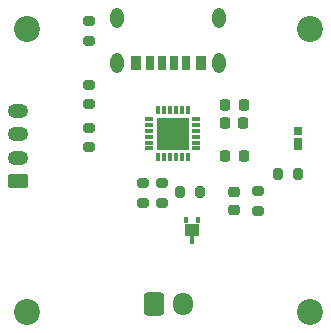
<source format=gbr>
%TF.GenerationSoftware,KiCad,Pcbnew,7.0.11-2.fc38*%
%TF.CreationDate,2024-03-11T20:51:48+00:00*%
%TF.ProjectId,tonie-charger-pd,746f6e69-652d-4636-9861-726765722d70,rev?*%
%TF.SameCoordinates,Original*%
%TF.FileFunction,Soldermask,Top*%
%TF.FilePolarity,Negative*%
%FSLAX46Y46*%
G04 Gerber Fmt 4.6, Leading zero omitted, Abs format (unit mm)*
G04 Created by KiCad (PCBNEW 7.0.11-2.fc38) date 2024-03-11 20:51:48*
%MOMM*%
%LPD*%
G01*
G04 APERTURE LIST*
G04 Aperture macros list*
%AMRoundRect*
0 Rectangle with rounded corners*
0 $1 Rounding radius*
0 $2 $3 $4 $5 $6 $7 $8 $9 X,Y pos of 4 corners*
0 Add a 4 corners polygon primitive as box body*
4,1,4,$2,$3,$4,$5,$6,$7,$8,$9,$2,$3,0*
0 Add four circle primitives for the rounded corners*
1,1,$1+$1,$2,$3*
1,1,$1+$1,$4,$5*
1,1,$1+$1,$6,$7*
1,1,$1+$1,$8,$9*
0 Add four rect primitives between the rounded corners*
20,1,$1+$1,$2,$3,$4,$5,0*
20,1,$1+$1,$4,$5,$6,$7,0*
20,1,$1+$1,$6,$7,$8,$9,0*
20,1,$1+$1,$8,$9,$2,$3,0*%
G04 Aperture macros list end*
%ADD10R,0.310000X0.500000*%
%ADD11R,0.310000X0.650000*%
%ADD12R,1.300000X1.000000*%
%ADD13C,2.200000*%
%ADD14O,1.117600X1.701800*%
%ADD15C,0.762000*%
%ADD16R,0.812800X1.193800*%
%ADD17R,0.762000X1.193800*%
%ADD18R,0.711200X1.193800*%
%ADD19RoundRect,0.200000X-0.275000X0.200000X-0.275000X-0.200000X0.275000X-0.200000X0.275000X0.200000X0*%
%ADD20RoundRect,0.200000X-0.200000X-0.275000X0.200000X-0.275000X0.200000X0.275000X-0.200000X0.275000X0*%
%ADD21RoundRect,0.200000X0.275000X-0.200000X0.275000X0.200000X-0.275000X0.200000X-0.275000X-0.200000X0*%
%ADD22RoundRect,0.200000X0.200000X0.275000X-0.200000X0.275000X-0.200000X-0.275000X0.200000X-0.275000X0*%
%ADD23RoundRect,0.250000X-0.600000X-0.725000X0.600000X-0.725000X0.600000X0.725000X-0.600000X0.725000X0*%
%ADD24O,1.700000X1.950000*%
%ADD25RoundRect,0.250000X0.625000X-0.350000X0.625000X0.350000X-0.625000X0.350000X-0.625000X-0.350000X0*%
%ADD26O,1.750000X1.200000*%
%ADD27R,0.300000X0.800000*%
%ADD28R,0.800000X0.300000*%
%ADD29R,2.800000X2.800000*%
%ADD30R,0.800000X1.050000*%
%ADD31R,0.800000X0.650000*%
%ADD32RoundRect,0.225000X0.250000X-0.225000X0.250000X0.225000X-0.250000X0.225000X-0.250000X-0.225000X0*%
%ADD33RoundRect,0.225000X0.225000X0.250000X-0.225000X0.250000X-0.225000X-0.250000X0.225000X-0.250000X0*%
%ADD34RoundRect,0.225000X-0.225000X-0.250000X0.225000X-0.250000X0.225000X0.250000X-0.225000X0.250000X0*%
G04 APERTURE END LIST*
D10*
%TO.C,Q1*%
X117510000Y-119190000D03*
X116510000Y-119190000D03*
D11*
X117010000Y-120915000D03*
D12*
X117010000Y-120090000D03*
%TD*%
D13*
%TO.C,H4*%
X127000000Y-127000000D03*
%TD*%
%TO.C,H3*%
X103000000Y-127000000D03*
%TD*%
%TO.C,H2*%
X103000000Y-103000000D03*
%TD*%
%TO.C,H1*%
X127000000Y-103000000D03*
%TD*%
D14*
%TO.C,J1*%
X110679998Y-102119994D03*
X110679998Y-105920000D03*
X119320002Y-105920000D03*
X119320002Y-102119994D03*
D15*
X119320002Y-102119994D03*
D16*
X112250005Y-105920000D03*
D17*
X113480003Y-105920000D03*
D18*
X114500001Y-105920000D03*
X115499999Y-105920000D03*
D17*
X116519997Y-105920000D03*
D16*
X117749995Y-105920000D03*
%TD*%
D19*
%TO.C,R1*%
X108310000Y-102395000D03*
X108310000Y-104045000D03*
%TD*%
D20*
%TO.C,R8*%
X116000000Y-116830000D03*
X117650000Y-116830000D03*
%TD*%
D21*
%TO.C,R7*%
X114505000Y-117745000D03*
X114505000Y-116095000D03*
%TD*%
%TO.C,R6*%
X112870000Y-117745000D03*
X112870000Y-116095000D03*
%TD*%
D22*
%TO.C,R5*%
X125970000Y-115340000D03*
X124320000Y-115340000D03*
%TD*%
D19*
%TO.C,R4*%
X122630000Y-116750000D03*
X122630000Y-118400000D03*
%TD*%
%TO.C,R3*%
X108250000Y-111395000D03*
X108250000Y-113045000D03*
%TD*%
%TO.C,R2*%
X108250000Y-107775000D03*
X108250000Y-109425000D03*
%TD*%
D23*
%TO.C,J3*%
X113750000Y-126290000D03*
D24*
X116250000Y-126290000D03*
%TD*%
D25*
%TO.C,J2*%
X102290000Y-115940000D03*
D26*
X102290000Y-113940000D03*
X102290000Y-111940000D03*
X102290000Y-109940000D03*
%TD*%
D27*
%TO.C,IC1*%
X116630000Y-109900000D03*
X116130000Y-109900000D03*
X115630000Y-109900000D03*
X115130000Y-109900000D03*
X114630000Y-109900000D03*
X114130000Y-109900000D03*
D28*
X113380000Y-110650000D03*
X113380000Y-111150000D03*
X113380000Y-111650000D03*
X113380000Y-112150000D03*
X113380000Y-112650000D03*
X113380000Y-113150000D03*
D27*
X114130000Y-113900000D03*
X114630000Y-113900000D03*
X115130000Y-113900000D03*
X115630000Y-113900000D03*
X116130000Y-113900000D03*
X116630000Y-113900000D03*
D28*
X117380000Y-113150000D03*
X117380000Y-112650000D03*
X117380000Y-112150000D03*
X117380000Y-111650000D03*
X117380000Y-111150000D03*
X117380000Y-110650000D03*
D29*
X115380000Y-111900000D03*
%TD*%
D30*
%TO.C,D1*%
X126020000Y-112730000D03*
D31*
X126020000Y-111680000D03*
%TD*%
D32*
%TO.C,C4*%
X120570000Y-118390000D03*
X120570000Y-116840000D03*
%TD*%
D33*
%TO.C,C3*%
X121370000Y-113780000D03*
X119820000Y-113780000D03*
%TD*%
%TO.C,C2*%
X121350000Y-110970000D03*
X119800000Y-110970000D03*
%TD*%
D34*
%TO.C,C1*%
X119815000Y-109450000D03*
X121365000Y-109450000D03*
%TD*%
M02*

</source>
